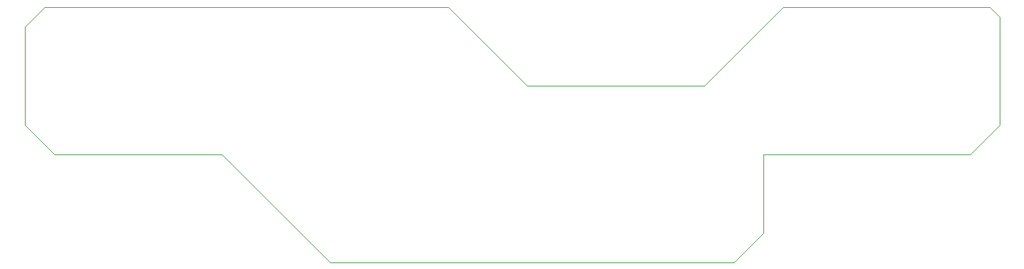
<source format=gbr>
G04 #@! TF.FileFunction,Profile,NP*
%FSLAX46Y46*%
G04 Gerber Fmt 4.6, Leading zero omitted, Abs format (unit mm)*
G04 Created by KiCad (PCBNEW 4.0.2-stable) date Wednesday, 10 August 2016 'pmt' 17:01:05*
%MOMM*%
G01*
G04 APERTURE LIST*
%ADD10C,0.100000*%
G04 APERTURE END LIST*
D10*
X88900000Y-73660000D02*
X102870000Y-87630000D01*
X67310000Y-73660000D02*
X88900000Y-73660000D01*
X118110000Y-54610000D02*
X128270000Y-64770000D01*
X151130000Y-64770000D02*
X128270000Y-64770000D01*
X161290000Y-54610000D02*
X151130000Y-64770000D01*
X187960000Y-54610000D02*
X161290000Y-54610000D01*
X189230000Y-55880000D02*
X187960000Y-54610000D01*
X189230000Y-69850000D02*
X189230000Y-55880000D01*
X185420000Y-73660000D02*
X189230000Y-69850000D01*
X158750000Y-73660000D02*
X185420000Y-73660000D01*
X158750000Y-83820000D02*
X158750000Y-73660000D01*
X154940000Y-87630000D02*
X158750000Y-83820000D01*
X102870000Y-87630000D02*
X154940000Y-87630000D01*
X63500000Y-69850000D02*
X67310000Y-73660000D01*
X63500000Y-57150000D02*
X63500000Y-69850000D01*
X66040000Y-54610000D02*
X63500000Y-57150000D01*
X118110000Y-54610000D02*
X66040000Y-54610000D01*
M02*

</source>
